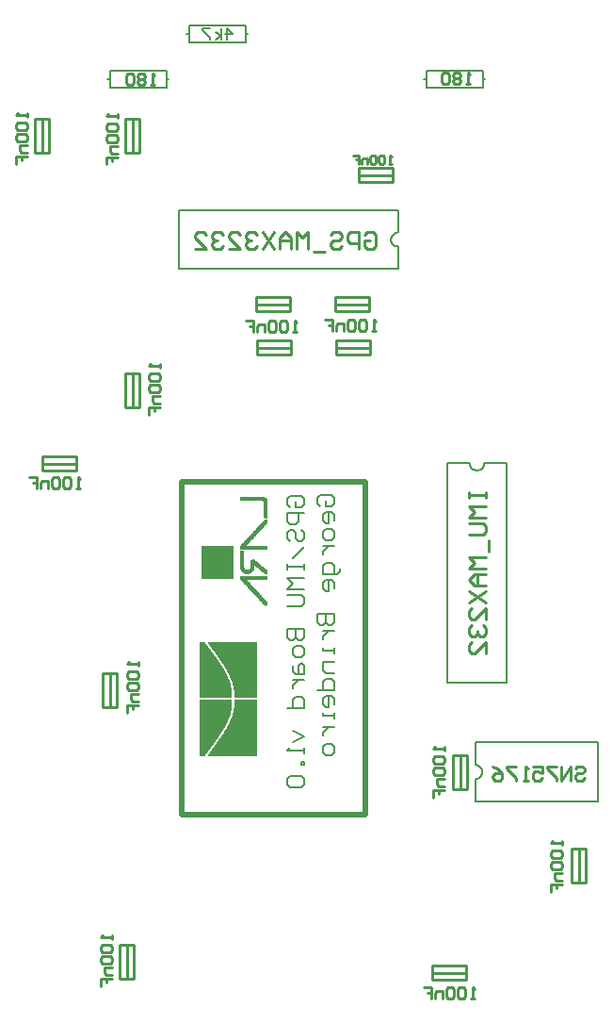
<source format=gbo>
%FSDAX24Y24*%
%MOIN*%
%SFA1B1*%

%IPPOS*%
%ADD11C,0.010000*%
%ADD31C,0.007900*%
%ADD34C,0.019700*%
%ADD35C,0.008000*%
%ADD36C,0.005000*%
%ADD38C,0.001000*%
%LNboardr2-1*%
%LPD*%
G54D11*
X053150Y083000D02*
X053400D01*
X053150D02*
Y084200D01*
X053650*
Y083000D02*
Y084200D01*
X053400Y083000D02*
X053650D01*
X053400Y083300D02*
Y084200D01*
Y083000D02*
Y083900D01*
X050200Y072000D02*
Y072250D01*
X051400*
Y071750D02*
Y072250D01*
X050200Y071750D02*
X051400D01*
X050200D02*
Y072000D01*
X050500D02*
X051400D01*
X050200D02*
X051100D01*
X060877Y077624D02*
X061777D01*
X060577D02*
X061477D01*
X061777D02*
Y077874D01*
X060577D02*
X061777D01*
X060577Y077374D02*
Y077874D01*
Y077374D02*
X061777D01*
Y077624*
X058077D02*
X058977D01*
X057777D02*
X058677D01*
X058977D02*
Y077874D01*
X057777D02*
X058977D01*
X057777Y077374D02*
Y077874D01*
Y077374D02*
X058977D01*
Y077624*
X060900Y076100D02*
X061800D01*
X060600D02*
X061500D01*
X061800D02*
Y076350D01*
X060600D02*
X061800D01*
X060600Y075850D02*
Y076350D01*
Y075850D02*
X061800D01*
Y076100*
X057800D02*
X058700D01*
X058100D02*
X059000D01*
X057800Y075850D02*
Y076100D01*
Y075850D02*
X059000D01*
Y076350*
X057800D02*
X059000D01*
X057800Y076100D02*
Y076350D01*
X064300Y054000D02*
X065200D01*
X064000D02*
X064900D01*
X065200D02*
Y054250D01*
X064000D02*
X065200D01*
X064000Y053750D02*
Y054250D01*
Y053750D02*
X065200D01*
Y054000*
X061700Y082200D02*
X062600D01*
X061400D02*
X062300D01*
X062600D02*
Y082450D01*
X061400D02*
X062600D01*
X061400Y081950D02*
Y082450D01*
Y081950D02*
X062600D01*
Y082200*
X064750Y060500D02*
X065000D01*
X064750D02*
Y061700D01*
X065250*
Y060500D02*
Y061700D01*
X065000Y060500D02*
X065250D01*
X065000Y060800D02*
Y061700D01*
Y060500D02*
Y061400D01*
X050200Y083000D02*
Y083900D01*
Y083300D02*
Y084200D01*
Y083000D02*
X050450D01*
Y084200*
X049950D02*
X050450D01*
X049950Y083000D02*
Y084200D01*
Y083000D02*
X050200D01*
X069200Y057200D02*
Y058100D01*
Y057500D02*
Y058400D01*
Y057200D02*
X069450D01*
Y058400*
X068950D02*
X069450D01*
X068950Y057200D02*
Y058400D01*
Y057200D02*
X069200D01*
X052600Y064600D02*
X052850D01*
Y063400D02*
Y064600D01*
X052350Y063400D02*
X052850D01*
X052350D02*
Y064600D01*
X052600*
Y063400D02*
Y064300D01*
Y063700D02*
Y064600D01*
X053400Y074000D02*
Y074900D01*
Y074300D02*
Y075200D01*
Y074000D02*
X053650D01*
Y075200*
X053150D02*
X053650D01*
X053150Y074000D02*
Y075200D01*
Y074000D02*
X053400D01*
X053200Y054100D02*
Y055000D01*
Y053800D02*
Y054700D01*
X052950Y055000D02*
X053200D01*
X052950Y053800D02*
Y055000D01*
Y053800D02*
X053450D01*
Y055000*
X053200D02*
X053450D01*
X053610Y064990D02*
Y064857D01*
Y064923*
X053210*
X053277Y064990*
Y064657D02*
X053210Y064590D01*
Y064457*
X053277Y064390*
X053543*
X053610Y064457*
Y064590*
X053543Y064657*
X053277*
Y064257D02*
X053210Y064190D01*
Y064057*
X053277Y063990*
X053543*
X053610Y064057*
Y064190*
X053543Y064257*
X053277*
X053610Y063857D02*
X053343D01*
Y063657*
X053410Y063590*
X053610*
X053210Y063191D02*
Y063457D01*
X053410*
Y063324*
Y063457*
X053610*
X054380Y075530D02*
Y075397D01*
Y075463*
X053980*
X054047Y075530*
Y075197D02*
X053980Y075130D01*
Y074997*
X054047Y074930*
X054313*
X054380Y074997*
Y075130*
X054313Y075197*
X054047*
Y074797D02*
X053980Y074730D01*
Y074597*
X054047Y074530*
X054313*
X054380Y074597*
Y074730*
X054313Y074797*
X054047*
X054380Y074397D02*
X054113D01*
Y074197*
X054180Y074130*
X054380*
X053980Y073731D02*
Y073997D01*
X054180*
Y073864*
Y073997*
X054380*
X052890Y084370D02*
Y084237D01*
Y084303*
X052490*
X052557Y084370*
Y084037D02*
X052490Y083970D01*
Y083837*
X052557Y083770*
X052823*
X052890Y083837*
Y083970*
X052823Y084037*
X052557*
Y083637D02*
X052490Y083570D01*
Y083437*
X052557Y083370*
X052823*
X052890Y083437*
Y083570*
X052823Y083637*
X052557*
X052890Y083237D02*
X052623D01*
Y083037*
X052690Y082970*
X052890*
X052490Y082571D02*
Y082837D01*
X052690*
Y082704*
Y082837*
X052890*
X051560Y071110D02*
X051427D01*
X051493*
Y071510*
X051560Y071443*
X051227D02*
X051160Y071510D01*
X051027*
X050960Y071443*
Y071177*
X051027Y071110*
X051160*
X051227Y071177*
Y071443*
X050827D02*
X050760Y071510D01*
X050627*
X050560Y071443*
Y071177*
X050627Y071110*
X050760*
X050827Y071177*
Y071443*
X050427Y071110D02*
Y071377D01*
X050227*
X050160Y071310*
Y071110*
X049761Y071510D02*
X050027D01*
Y071310*
X049894*
X050027*
Y071110*
X049680Y084390D02*
Y084257D01*
Y084323*
X049280*
X049347Y084390*
Y084057D02*
X049280Y083990D01*
Y083857*
X049347Y083790*
X049613*
X049680Y083857*
Y083990*
X049613Y084057*
X049347*
Y083657D02*
X049280Y083590D01*
Y083457*
X049347Y083390*
X049613*
X049680Y083457*
Y083590*
X049613Y083657*
X049347*
X049680Y083257D02*
X049413D01*
Y083057*
X049480Y082990*
X049680*
X049280Y082591D02*
Y082857D01*
X049480*
Y082724*
Y082857*
X049680*
X062020Y076690D02*
X061887D01*
X061953*
Y077090*
X062020Y077023*
X061687D02*
X061620Y077090D01*
X061487*
X061420Y077023*
Y076757*
X061487Y076690*
X061620*
X061687Y076757*
Y077023*
X061287D02*
X061220Y077090D01*
X061087*
X061020Y077023*
Y076757*
X061087Y076690*
X061220*
X061287Y076757*
Y077023*
X060887Y076690D02*
Y076957D01*
X060687*
X060620Y076890*
Y076690*
X060221Y077090D02*
X060487D01*
Y076890*
X060354*
X060487*
Y076690*
X059200Y076670D02*
X059067D01*
X059133*
Y077070*
X059200Y077003*
X058867D02*
X058800Y077070D01*
X058667*
X058600Y077003*
Y076737*
X058667Y076670*
X058800*
X058867Y076737*
Y077003*
X058467D02*
X058400Y077070D01*
X058267*
X058200Y077003*
Y076737*
X058267Y076670*
X058400*
X058467Y076737*
Y077003*
X058067Y076670D02*
Y076937D01*
X057867*
X057800Y076870*
Y076670*
X057401Y077070D02*
X057667D01*
Y076870*
X057534*
X057667*
Y076670*
X062570Y082590D02*
X062470D01*
X062520*
Y082890*
X062570Y082840*
X062320D02*
X062270Y082890D01*
X062170*
X062120Y082840*
Y082640*
X062170Y082590*
X062270*
X062320Y082640*
Y082840*
X062020D02*
X061970Y082890D01*
X061870*
X061820Y082840*
Y082640*
X061870Y082590*
X061970*
X062020Y082640*
Y082840*
X061720Y082590D02*
Y082790D01*
X061570*
X061520Y082740*
Y082590*
X061220Y082890D02*
X061420D01*
Y082740*
X061320*
X061420*
Y082590*
X061600Y080100D02*
X061700Y080200D01*
X061900*
X062000Y080100*
Y079700*
X061900Y079600*
X061700*
X061600Y079700*
Y079900*
X061800*
X061400Y079600D02*
Y080200D01*
X061100*
X061000Y080100*
Y079900*
X061100Y079800*
X061400*
X060401Y080100D02*
X060500Y080200D01*
X060700*
X060800Y080100*
Y080000*
X060700Y079900*
X060500*
X060401Y079800*
Y079700*
X060500Y079600*
X060700*
X060800Y079700*
X060201Y079500D02*
X059801D01*
X059601Y079600D02*
Y080200D01*
X059401Y080000*
X059201Y080200*
Y079600*
X059001D02*
Y080000D01*
X058801Y080200*
X058601Y080000*
Y079600*
Y079900*
X059001*
X058401Y080200D02*
X058001Y079600D01*
Y080200D02*
X058401Y079600D01*
X057801Y080100D02*
X057701Y080200D01*
X057501*
X057401Y080100*
Y080000*
X057501Y079900*
X057601*
X057501*
X057401Y079800*
Y079700*
X057501Y079600*
X057701*
X057801Y079700*
X056802Y079600D02*
X057202D01*
X056802Y080000*
Y080100*
X056902Y080200*
X057102*
X057202Y080100*
X056602D02*
X056502Y080200D01*
X056302*
X056202Y080100*
Y080000*
X056302Y079900*
X056402*
X056302*
X056202Y079800*
Y079700*
X056302Y079600*
X056502*
X056602Y079700*
X055602Y079600D02*
X056002D01*
X055602Y080000*
Y080100*
X055702Y080200*
X055902*
X056002Y080100*
X065300Y071000D02*
Y070800D01*
Y070900*
X065900*
Y071000*
Y070800*
Y070500D02*
X065300D01*
X065500Y070300*
X065300Y070100*
X065900*
X065300Y069900D02*
X065800D01*
X065900Y069800*
Y069600*
X065800Y069500*
X065300*
X066000Y069301D02*
Y068901D01*
X065900Y068701D02*
X065300D01*
X065500Y068501*
X065300Y068301*
X065900*
Y068101D02*
X065500D01*
X065300Y067901*
X065500Y067701*
X065900*
X065600*
Y068101*
X065300Y067501D02*
X065900Y067101D01*
X065300D02*
X065900Y067501D01*
Y066501D02*
Y066901D01*
X065500Y066501*
X065400*
X065300Y066601*
Y066801*
X065400Y066901*
Y066302D02*
X065300Y066202D01*
Y066002*
X065400Y065902*
X065500*
X065600Y066002*
Y066102*
Y066002*
X065700Y065902*
X065800*
X065900Y066002*
Y066202*
X065800Y066302*
X065900Y065302D02*
Y065702D01*
X065500Y065302*
X065400*
X065300Y065402*
Y065602*
X065400Y065702*
X069067Y061217D02*
X069150Y061300D01*
X069317*
X069400Y061217*
Y061133*
X069317Y061050*
X069150*
X069067Y060967*
Y060883*
X069150Y060800*
X069317*
X069400Y060883*
X068900Y060800D02*
Y061300D01*
X068567Y060800*
Y061300*
X068400D02*
X068067D01*
Y061217*
X068400Y060883*
Y060800*
X067567Y061300D02*
X067900D01*
Y061050*
X067734Y061133*
X067651*
X067567Y061050*
Y060883*
X067651Y060800*
X067817*
X067900Y060883*
X067401Y060800D02*
X067234D01*
X067317*
Y061300*
X067401Y061217*
X066984Y061300D02*
X066651D01*
Y061217*
X066984Y060883*
Y060800*
X066151Y061300D02*
X066318Y061217D01*
X066484Y061050*
Y060883*
X066401Y060800*
X066234*
X066151Y060883*
Y060967*
X066234Y061050*
X066484*
X065340Y085410D02*
X065207D01*
X065273*
Y085810*
X065340Y085743*
X065007D02*
X064940Y085810D01*
X064807*
X064740Y085743*
Y085677*
X064807Y085610*
X064740Y085543*
Y085477*
X064807Y085410*
X064940*
X065007Y085477*
Y085543*
X064940Y085610*
X065007Y085677*
Y085743*
X064940Y085610D02*
X064807D01*
X064607Y085743D02*
X064540Y085810D01*
X064407*
X064340Y085743*
Y085477*
X064407Y085410*
X064540*
X064607Y085477*
Y085743*
X054190Y085390D02*
X054057D01*
X054123*
Y085790*
X054190Y085723*
X053857D02*
X053790Y085790D01*
X053657*
X053590Y085723*
Y085657*
X053657Y085590*
X053590Y085523*
Y085457*
X053657Y085390*
X053790*
X053857Y085457*
Y085523*
X053790Y085590*
X053857Y085657*
Y085723*
X053790Y085590D02*
X053657D01*
X053457Y085723D02*
X053390Y085790D01*
X053257*
X053190Y085723*
Y085457*
X053257Y085390*
X053390*
X053457Y085457*
Y085723*
X064430Y061990D02*
Y061857D01*
Y061923*
X064030*
X064097Y061990*
Y061657D02*
X064030Y061590D01*
Y061457*
X064097Y061390*
X064363*
X064430Y061457*
Y061590*
X064363Y061657*
X064097*
Y061257D02*
X064030Y061190D01*
Y061057*
X064097Y060990*
X064363*
X064430Y061057*
Y061190*
X064363Y061257*
X064097*
X064430Y060857D02*
X064163D01*
Y060657*
X064230Y060590*
X064430*
X064030Y060191D02*
Y060457D01*
X064230*
Y060324*
Y060457*
X064430*
X065500Y053100D02*
X065367D01*
X065433*
Y053500*
X065500Y053433*
X065167D02*
X065100Y053500D01*
X064967*
X064900Y053433*
Y053167*
X064967Y053100*
X065100*
X065167Y053167*
Y053433*
X064767D02*
X064700Y053500D01*
X064567*
X064500Y053433*
Y053167*
X064567Y053100*
X064700*
X064767Y053167*
Y053433*
X064367Y053100D02*
Y053367D01*
X064167*
X064100Y053300*
Y053100*
X063701Y053500D02*
X063967D01*
Y053300*
X063834*
X063967*
Y053100*
X052670Y055320D02*
Y055187D01*
Y055253*
X052270*
X052337Y055320*
Y054987D02*
X052270Y054920D01*
Y054787*
X052337Y054720*
X052603*
X052670Y054787*
Y054920*
X052603Y054987*
X052337*
Y054587D02*
X052270Y054520D01*
Y054387*
X052337Y054320*
X052603*
X052670Y054387*
Y054520*
X052603Y054587*
X052337*
X052670Y054187D02*
X052403D01*
Y053987*
X052470Y053920*
X052670*
X052270Y053521D02*
Y053787D01*
X052470*
Y053654*
Y053787*
X052670*
X068610Y058660D02*
Y058527D01*
Y058593*
X068210*
X068277Y058660*
Y058327D02*
X068210Y058260D01*
Y058127*
X068277Y058060*
X068543*
X068610Y058127*
Y058260*
X068543Y058327*
X068277*
Y057927D02*
X068210Y057860D01*
Y057727*
X068277Y057660*
X068543*
X068610Y057727*
Y057860*
X068543Y057927*
X068277*
X068610Y057527D02*
X068343D01*
Y057327*
X068410Y057260*
X068610*
X068210Y056861D02*
Y057127D01*
X068410*
Y056994*
Y057127*
X068610*
G54D31*
X065347Y072009D02*
D01*
X065347Y071991*
X065349Y071974*
X065352Y071957*
X065356Y071940*
X065362Y071923*
X065368Y071907*
X065376Y071891*
X065384Y071876*
X065394Y071862*
X065405Y071848*
X065417Y071835*
X065429Y071823*
X065443Y071811*
X065457Y071801*
X065472Y071792*
X065487Y071784*
X065503Y071777*
X065519Y071771*
X065536Y071766*
X065553Y071762*
X065570Y071760*
X065588Y071759*
X065605*
X065623Y071760*
X065640Y071762*
X065657Y071766*
X065674Y071771*
X065690Y071777*
X065706Y071784*
X065722Y071792*
X065736Y071801*
X065750Y071811*
X065764Y071823*
X065776Y071835*
X065788Y071848*
X065799Y071862*
X065809Y071876*
X065817Y071891*
X065825Y071907*
X065831Y071923*
X065837Y071940*
X065841Y071957*
X065844Y071974*
X065846Y071991*
X065847Y072009*
X062805Y080174D02*
D01*
X062787Y080173*
X062770Y080171*
X062753Y080168*
X062736Y080164*
X062719Y080158*
X062703Y080152*
X062687Y080144*
X062672Y080136*
X062658Y080126*
X062644Y080115*
X062631Y080103*
X062619Y080091*
X062607Y080077*
X062597Y080063*
X062588Y080049*
X062580Y080033*
X062573Y080017*
X062567Y080001*
X062562Y079984*
X062558Y079967*
X062556Y079950*
X062555Y079932*
Y079915*
X062556Y079897*
X062558Y079880*
X062562Y079863*
X062567Y079846*
X062573Y079830*
X062580Y079814*
X062588Y079799*
X062597Y079784*
X062607Y079770*
X062619Y079756*
X062631Y079744*
X062644Y079732*
X062658Y079721*
X062672Y079711*
X062687Y079703*
X062703Y079695*
X062719Y079689*
X062736Y079683*
X062753Y079679*
X062770Y079676*
X062787Y079674*
X062805Y079674*
X065535Y060850D02*
D01*
X065552Y060850*
X065569Y060852*
X065586Y060855*
X065603Y060859*
X065620Y060865*
X065636Y060871*
X065652Y060879*
X065667Y060887*
X065681Y060897*
X065695Y060908*
X065708Y060920*
X065720Y060932*
X065732Y060946*
X065742Y060960*
X065751Y060975*
X065759Y060990*
X065766Y061006*
X065772Y061022*
X065777Y061039*
X065781Y061056*
X065783Y061073*
X065784Y061091*
Y061108*
X065783Y061126*
X065781Y061143*
X065777Y061160*
X065772Y061177*
X065766Y061193*
X065759Y061209*
X065751Y061225*
X065742Y061239*
X065732Y061253*
X065720Y061267*
X065708Y061279*
X065695Y061291*
X065681Y061302*
X065667Y061312*
X065652Y061320*
X065636Y061328*
X065620Y061334*
X065603Y061340*
X065586Y061344*
X065569Y061347*
X065552Y061349*
X065535Y061350*
X065847Y072009D02*
X066640D01*
X064554D02*
X065347D01*
X064554Y064254D02*
X066640D01*
Y072009*
X064554Y064254D02*
Y072009D01*
X062805Y078881D02*
Y079674D01*
Y080174D02*
Y080968D01*
X055049Y078881D02*
Y080968D01*
Y078881D02*
X062805D01*
X055049Y080968D02*
X062805D01*
X065535Y061350D02*
Y062143D01*
Y060057D02*
Y060850D01*
X069865Y060057D02*
Y062143D01*
X065535D02*
X069865D01*
X065535Y060057D02*
X069865D01*
X065800Y085600D02*
X065890D01*
X063710D02*
X063800D01*
X065800D02*
Y085900D01*
X063800D02*
X065800D01*
X063800Y085300D02*
Y085900D01*
Y085300D02*
X065800D01*
Y085600*
X054600D02*
X054690D01*
X052510D02*
X052600D01*
X054600D02*
Y085900D01*
X052600D02*
X054600D01*
X052600Y085300D02*
Y085900D01*
Y085300D02*
X054600D01*
Y085600*
X055310Y087200D02*
X055400D01*
X057400D02*
X057490D01*
X055400Y086900D02*
Y087200D01*
Y086900D02*
X057400D01*
Y087500*
X055400D02*
X057400D01*
X055400Y087200D02*
Y087500D01*
G54D34*
X055150Y071360D02*
X061650D01*
Y059600D02*
Y071360D01*
X055150Y059600D02*
X061650D01*
X055150D02*
Y071360D01*
G54D35*
X056750Y087000D02*
Y087400D01*
X056950Y087200*
X056683*
X056550Y087000D02*
Y087400D01*
Y087133D02*
X056350Y087267D01*
X056550Y087133D02*
X056350Y087000D01*
X056150Y087400D02*
X055884D01*
Y087333*
X056150Y087067*
Y087000*
G54D36*
X058980Y070440D02*
X058880Y070540D01*
Y070740*
X058980Y070840*
X059380*
X059480Y070740*
Y070540*
X059380Y070440*
X059180*
Y070640*
X059480Y070240D02*
X058880D01*
Y069940*
X058980Y069840*
X059180*
X059280Y069940*
Y070240*
X058980Y069241D02*
X058880Y069340D01*
Y069540*
X058980Y069640*
X059080*
X059180Y069540*
Y069340*
X059280Y069241*
X059380*
X059480Y069340*
Y069540*
X059380Y069640*
X059480Y069041D02*
X059080Y068641D01*
X058880Y068441D02*
Y068241D01*
Y068341*
X059480*
Y068441*
Y068241*
Y067941D02*
X058880D01*
X059080Y067741*
X058880Y067541*
X059480*
X058880Y067341D02*
X059380D01*
X059480Y067241*
Y067041*
X059380Y066941*
X058880*
Y066142D02*
X059480D01*
Y065842*
X059380Y065742*
X059280*
X059180Y065842*
Y066142*
Y065842*
X059080Y065742*
X058980*
X058880Y065842*
Y066142*
X059480Y065442D02*
Y065242D01*
X059380Y065142*
X059180*
X059080Y065242*
Y065442*
X059180Y065542*
X059380*
X059480Y065442*
X059080Y064842D02*
Y064642D01*
X059180Y064542*
X059480*
Y064842*
X059380Y064942*
X059280Y064842*
Y064542*
X059080Y064342D02*
X059480D01*
X059280*
X059180Y064242*
X059080Y064142*
Y064042*
X058880Y063342D02*
X059480D01*
Y063642*
X059380Y063742*
X059180*
X059080Y063642*
Y063342*
Y062543D02*
X059480Y062343D01*
X059080Y062143*
X059480Y061943D02*
Y061743D01*
Y061843*
X058880*
X058980Y061943*
X059480Y061443D02*
X059380D01*
Y061343*
X059480*
Y061443*
X058980Y060943D02*
X058880Y060843D01*
Y060643*
X058980Y060543*
X059380*
X059480Y060643*
Y060843*
X059380Y060943*
X058980*
X060040Y070480D02*
X059940Y070580D01*
Y070780*
X060040Y070880*
X060440*
X060540Y070780*
Y070580*
X060440Y070480*
X060240*
Y070680*
X060540Y069980D02*
Y070180D01*
X060440Y070280*
X060240*
X060140Y070180*
Y069980*
X060240Y069880*
X060340*
Y070280*
X060540Y069580D02*
Y069380D01*
X060440Y069281*
X060240*
X060140Y069380*
Y069580*
X060240Y069680*
X060440*
X060540Y069580*
X060140Y069081D02*
X060540D01*
X060340*
X060240Y068981*
X060140Y068881*
Y068781*
X060740Y068281D02*
Y068181D01*
X060640Y068081*
X060140*
Y068381*
X060240Y068481*
X060440*
X060540Y068381*
Y068081*
Y067581D02*
Y067781D01*
X060440Y067881*
X060240*
X060140Y067781*
Y067581*
X060240Y067481*
X060340*
Y067881*
X059940Y066681D02*
X060540D01*
Y066381*
X060440Y066281*
X060340*
X060240Y066381*
Y066681*
Y066381*
X060140Y066281*
X060040*
X059940Y066381*
Y066681*
X060140Y066082D02*
X060540D01*
X060340*
X060240Y065982*
X060140Y065882*
Y065782*
X060540Y065482D02*
Y065282D01*
Y065382*
X060140*
Y065482*
X060540Y064982D02*
X060140D01*
Y064682*
X060240Y064582*
X060540*
X059940Y063982D02*
X060540D01*
Y064282*
X060440Y064382*
X060240*
X060140Y064282*
Y063982*
X060540Y063482D02*
Y063682D01*
X060440Y063782*
X060240*
X060140Y063682*
Y063482*
X060240Y063382*
X060340*
Y063782*
X060540Y063182D02*
Y062983D01*
Y063083*
X060140*
Y063182*
Y062683D02*
X060540D01*
X060340*
X060240Y062583*
X060140Y062483*
Y062383*
X060540Y061983D02*
Y061783D01*
X060440Y061683*
X060240*
X060140Y061783*
Y061983*
X060240Y062083*
X060440*
X060540Y061983*
G54D38*
X057790Y067310D02*
Y067490D01*
X057780Y067320D02*
Y067490D01*
X057770Y067340D02*
Y067510D01*
X057760Y067350D02*
Y067520D01*
X057880Y067220D02*
Y067390D01*
X057870Y067230D02*
Y067410D01*
X057860Y067250D02*
Y067420D01*
X057850Y067260D02*
Y067430D01*
X057840Y067270D02*
Y067440D01*
X057830Y067270D02*
Y067450D01*
X057820Y067280D02*
Y067460D01*
X057810Y067290D02*
Y067470D01*
X058160Y067040D02*
Y067080D01*
X058150Y067020D02*
Y067100D01*
X058140Y067020D02*
Y067110D01*
X058070Y067020D02*
Y067190D01*
X058060Y067030D02*
Y067200D01*
X058050Y067040D02*
Y067210D01*
X058040Y067050D02*
Y067220D01*
X058030Y067060D02*
Y067230D01*
X058020Y067060D02*
Y067240D01*
X058010Y067070D02*
Y067250D01*
X058000Y067080D02*
Y067260D01*
X057990Y067100D02*
Y067270D01*
X057980Y067120D02*
Y067290D01*
X057970Y067130D02*
Y067300D01*
X057960Y067140D02*
Y067310D01*
X057950Y067150D02*
Y067320D01*
X057930Y067170D02*
Y067340D01*
X057920Y067170D02*
Y067350D01*
X057910Y067180D02*
Y067360D01*
X057900Y067190D02*
Y067370D01*
X057890Y067200D02*
Y067380D01*
X057940Y067160D02*
Y067330D01*
X057800Y067300D02*
Y067480D01*
X057740Y067370D02*
Y067550D01*
X057750Y067360D02*
Y067540D01*
X057790Y068360D02*
Y068520D01*
X057780Y068370D02*
Y068520D01*
X058160Y068150D02*
Y068210D01*
X058150Y068140D02*
Y068220D01*
X058140Y068130D02*
Y068240D01*
X058130Y068130D02*
Y068240D01*
X058120Y068130D02*
Y068240D01*
X058110Y068130D02*
Y068250D01*
X058100Y068130D02*
Y068260D01*
X058090Y068130D02*
Y068270D01*
X058080Y068130D02*
Y068280D01*
X058070Y068130D02*
Y068290D01*
X058060Y068140D02*
Y068300D01*
X058050Y068150D02*
Y068310D01*
X058040Y068160D02*
Y068320D01*
X058030Y068170D02*
Y068320D01*
X058020Y068180D02*
Y068330D01*
X058010Y068190D02*
Y068340D01*
X058000Y068190D02*
Y068350D01*
X057990Y068200D02*
Y068350D01*
X057980Y068220D02*
Y068360D01*
X057970Y068230D02*
Y068370D01*
X057960Y068230D02*
Y068380D01*
X057950Y068240D02*
Y068390D01*
X057930Y068250D02*
Y068400D01*
X057920Y068260D02*
Y068410D01*
X057910Y068260D02*
Y068420D01*
X057900Y068270D02*
Y068430D01*
X057890Y068280D02*
Y068440D01*
X057880Y068300D02*
Y068450D01*
X057870Y068300D02*
Y068450D01*
X057860Y068310D02*
Y068460D01*
X057850Y068320D02*
Y068470D01*
X057840Y068330D02*
Y068470D01*
X057830Y068340D02*
Y068480D01*
X057820Y068350D02*
Y068490D01*
X057940Y068240D02*
Y068390D01*
X057810Y068350D02*
Y068500D01*
X057790Y067920D02*
Y068030D01*
X057780Y067920D02*
Y068030D01*
X057770Y067920D02*
Y068030D01*
X057760Y067920D02*
Y068030D01*
X058160Y067950D02*
Y068010D01*
X058150Y067930D02*
Y068020D01*
X058140Y067930D02*
Y068020D01*
X058130Y067920D02*
Y068030D01*
X058120Y067920D02*
Y068030D01*
X058110Y067920D02*
Y068030D01*
X058100Y067920D02*
Y068030D01*
X058090Y067920D02*
Y068030D01*
X058080Y067920D02*
Y068030D01*
X058070Y067920D02*
Y068030D01*
X058060Y067920D02*
Y068030D01*
X058050Y067920D02*
Y068030D01*
X058040Y067920D02*
Y068030D01*
X058030Y067920D02*
Y068030D01*
X058020Y067920D02*
Y068030D01*
X058010Y067920D02*
Y068030D01*
X058000Y067920D02*
Y068030D01*
X057990Y067920D02*
Y068030D01*
X057980Y067920D02*
Y068030D01*
X057970Y067920D02*
Y068030D01*
X057960Y067920D02*
Y068030D01*
X057950Y067920D02*
Y068030D01*
X057930Y067920D02*
Y068030D01*
X057920Y067920D02*
Y068030D01*
X057910Y067920D02*
Y068030D01*
X057900Y067920D02*
Y068030D01*
X057890Y067920D02*
Y068030D01*
X057880Y067920D02*
Y068030D01*
X057870Y067920D02*
Y068030D01*
X057860Y067920D02*
Y068030D01*
X057850Y067920D02*
Y068030D01*
X057840Y067920D02*
Y068030D01*
X057830Y067920D02*
Y068030D01*
X057820Y067920D02*
Y068030D01*
X057810Y067920D02*
Y068030D01*
X057940Y067920D02*
Y068030D01*
X057800Y068350D02*
Y068510D01*
Y067920D02*
Y068030D01*
X057740Y067920D02*
Y068030D01*
X057770Y068380D02*
Y068540D01*
X057760Y068390D02*
Y068550D01*
X057740Y068410D02*
Y068560D01*
X057750Y067920D02*
Y068030D01*
Y068400D02*
Y068560D01*
X057790Y068990D02*
Y069100D01*
X057780Y068990D02*
Y069100D01*
X057770Y068990D02*
Y069100D01*
X057760Y068990D02*
Y069100D01*
X058160Y069020D02*
Y069080D01*
X058150Y069000D02*
Y069090D01*
X058140Y068990D02*
Y069100D01*
X058130Y068990D02*
Y069100D01*
X058120Y068990D02*
Y069100D01*
X058110Y068990D02*
Y069100D01*
X058100Y068990D02*
Y069100D01*
X058090Y068990D02*
Y069100D01*
X058080Y068990D02*
Y069100D01*
X058070Y068990D02*
Y069100D01*
X058060Y068990D02*
Y069100D01*
X058050Y068990D02*
Y069100D01*
X058040Y068990D02*
Y069100D01*
X058030Y068990D02*
Y069100D01*
X058020Y068990D02*
Y069100D01*
X058010Y068990D02*
Y069100D01*
X058000Y068990D02*
Y069100D01*
X057990Y068990D02*
Y069100D01*
X057980Y068990D02*
Y069100D01*
X057970Y068990D02*
Y069100D01*
X057960Y068990D02*
Y069100D01*
X057950Y068990D02*
Y069100D01*
X057930Y068990D02*
Y069100D01*
X057920Y068990D02*
Y069100D01*
X057910Y068990D02*
Y069100D01*
X057900Y068990D02*
Y069100D01*
X057890Y068990D02*
Y069100D01*
X057880Y068990D02*
Y069100D01*
X057870Y068990D02*
Y069100D01*
X057860Y068990D02*
Y069100D01*
X057850Y068990D02*
Y069100D01*
X057840Y068990D02*
Y069100D01*
X057830Y068990D02*
Y069100D01*
X057820Y068990D02*
Y069100D01*
X057810Y068990D02*
Y069100D01*
X057940Y068990D02*
Y069100D01*
X057800Y068990D02*
Y069100D01*
X057740Y068990D02*
Y069100D01*
X057750Y068990D02*
Y069100D01*
X058160Y069950D02*
Y069990D01*
X058150Y069930D02*
Y070000D01*
X058140Y069920D02*
Y070010D01*
X058130Y069910D02*
Y070020D01*
X058120Y069900D02*
Y070020D01*
X058110Y069880D02*
Y070020D01*
X058100Y069870D02*
Y070020D01*
X058090Y069850D02*
Y070020D01*
X058080Y069850D02*
Y070020D01*
X058070Y069840D02*
Y070010D01*
X058060Y069830D02*
Y070000D01*
X058050Y069820D02*
Y069990D01*
X058040Y069810D02*
Y069980D01*
X058030Y069800D02*
Y069970D01*
X058020Y069790D02*
Y069960D01*
X058010Y069780D02*
Y069950D01*
X058000Y069760D02*
Y069940D01*
X057990Y069750D02*
Y069930D01*
X057980Y069740D02*
Y069910D01*
X057970Y069730D02*
Y069900D01*
X057960Y069720D02*
Y069890D01*
X057950Y069710D02*
Y069880D01*
X057930Y069690D02*
Y069860D01*
X057920Y069680D02*
Y069850D01*
X057910Y069670D02*
Y069850D01*
X057900Y069660D02*
Y069840D01*
X057890Y069640D02*
Y069820D01*
X057880Y069630D02*
Y069800D01*
X057870Y069620D02*
Y069790D01*
X057940Y069700D02*
Y069870D01*
X057790Y069540D02*
Y069720D01*
X057780Y069530D02*
Y069710D01*
X057770Y069510D02*
Y069680D01*
X057760Y069500D02*
Y069670D01*
X057860Y069610D02*
Y069780D01*
X057850Y069600D02*
Y069770D01*
X057840Y069590D02*
Y069760D01*
X057830Y069580D02*
Y069750D01*
X057820Y069570D02*
Y069740D01*
X057810Y069560D02*
Y069740D01*
X057800Y069550D02*
Y069730D01*
X057740Y069480D02*
Y069650D01*
X057750Y069490D02*
Y069660D01*
X057790Y070710D02*
Y070820D01*
X057780Y070710D02*
Y070820D01*
X057770Y070710D02*
Y070820D01*
X057760Y070710D02*
Y070820D01*
X058040Y070680D02*
Y070810D01*
X058030Y070690D02*
Y070810D01*
X058020Y070700D02*
Y070810D01*
X058010Y070700D02*
Y070810D01*
X058000Y070710D02*
Y070810D01*
X057990Y070710D02*
Y070810D01*
X057980Y070710D02*
Y070820D01*
X057970Y070710D02*
Y070820D01*
X057960Y070710D02*
Y070820D01*
X057950Y070710D02*
Y070820D01*
X057930Y070710D02*
Y070820D01*
X057920Y070710D02*
Y070820D01*
X057910Y070710D02*
Y070820D01*
X057900Y070710D02*
Y070820D01*
X057890Y070710D02*
Y070820D01*
X057880Y070710D02*
Y070820D01*
X057870Y070710D02*
Y070820D01*
X057860Y070710D02*
Y070820D01*
X057850Y070710D02*
Y070820D01*
X057840Y070710D02*
Y070820D01*
X057830Y070710D02*
Y070820D01*
X057820Y070710D02*
Y070820D01*
X057810Y070710D02*
Y070820D01*
X057940Y070710D02*
Y070820D01*
X057800Y070710D02*
Y070820D01*
X057740Y070710D02*
Y070820D01*
X057750Y070710D02*
Y070820D01*
X057720Y067390D02*
Y067570D01*
X057710Y067400D02*
Y067580D01*
X057700Y067410D02*
Y067590D01*
X057690Y067420D02*
Y067600D01*
X057680Y067430D02*
Y067600D01*
X057670Y067450D02*
Y067620D01*
X057660Y067460D02*
Y067630D01*
X057650Y067470D02*
Y067640D01*
X057640Y067480D02*
Y067660D01*
X057630Y067490D02*
Y067670D01*
X057620Y067490D02*
Y067680D01*
X057610Y067500D02*
Y067690D01*
X057600Y067510D02*
Y067700D01*
X057590Y067530D02*
Y067700D01*
X057580Y067540D02*
Y067710D01*
X057570Y067550D02*
Y067720D01*
X057560Y067570D02*
Y067740D01*
X057550Y067580D02*
Y067750D01*
X057540Y067590D02*
Y067760D01*
X057530Y067600D02*
Y067780D01*
X057520Y067600D02*
Y067790D01*
X057510Y067610D02*
Y067800D01*
X057570Y068160D02*
Y068340D01*
X057560Y068150D02*
Y068300D01*
X057550Y068150D02*
Y068290D01*
X057540Y068140D02*
Y068280D01*
X057530Y068140D02*
Y068270D01*
X057520Y068140D02*
Y068260D01*
X057510Y068130D02*
Y068260D01*
X057500Y068130D02*
Y068250D01*
X057490Y068130D02*
Y068250D01*
X057480Y068130D02*
Y068250D01*
X057470Y068130D02*
Y068240D01*
X057460Y068130D02*
Y068240D01*
X057450Y068130D02*
Y068240D01*
X057440Y068130D02*
Y068240D01*
X057430Y068130D02*
Y068240D01*
X057420Y068130D02*
Y068240D01*
X057410Y068130D02*
Y068250D01*
X057400Y068130D02*
Y068250D01*
X057390Y068130D02*
Y068250D01*
X057380Y068130D02*
Y068260D01*
X057370Y068130D02*
Y068260D01*
X057360Y068140D02*
Y068270D01*
X057350Y068150D02*
Y068290D01*
X057340Y068150D02*
Y068300D01*
X057330Y068160D02*
Y068320D01*
X057320Y068160D02*
Y068340D01*
X057200Y067950D02*
Y068000D01*
X057720Y067920D02*
Y068030D01*
X057710Y067920D02*
Y068030D01*
X057700Y067920D02*
Y068030D01*
X057690Y067920D02*
Y068030D01*
X057680Y067920D02*
Y068030D01*
X057670Y067920D02*
Y068030D01*
X057660Y067920D02*
Y068030D01*
X057650Y067920D02*
Y068030D01*
X057640Y067920D02*
Y068030D01*
X057630Y067920D02*
Y068030D01*
X057620Y067920D02*
Y068030D01*
X057610Y067920D02*
Y068030D01*
X057600Y067920D02*
Y068030D01*
X057590Y067920D02*
Y068030D01*
X057580Y067920D02*
Y068030D01*
X057570Y067920D02*
Y068030D01*
X057560Y067920D02*
Y068030D01*
X057550Y067920D02*
Y068030D01*
X057540Y067920D02*
Y068030D01*
X057530Y067920D02*
Y068030D01*
X057520Y067920D02*
Y068030D01*
X057510Y067920D02*
Y068030D01*
X057500Y067920D02*
Y068030D01*
X057490Y067920D02*
Y068030D01*
X057480Y067920D02*
Y068030D01*
X057470Y067920D02*
Y068030D01*
X057460Y067920D02*
Y068030D01*
X057450Y067920D02*
Y068030D01*
X057440Y067920D02*
Y068030D01*
X057430Y067920D02*
Y068030D01*
X057420Y067920D02*
Y068030D01*
X057410Y067920D02*
Y068030D01*
X057320Y067820D02*
Y068030D01*
X057310Y067830D02*
Y068030D01*
X057300Y067840D02*
Y068030D01*
X057290Y067850D02*
Y068030D01*
X057280Y067860D02*
Y068030D01*
X057270Y067870D02*
Y068030D01*
X057260Y067880D02*
Y068030D01*
X057250Y067900D02*
Y068030D01*
X057240Y067910D02*
Y068030D01*
X057230Y067920D02*
Y068030D01*
X057220Y067920D02*
Y068020D01*
X057210Y067930D02*
Y068020D01*
X057720Y068420D02*
Y068570D01*
X057710Y068430D02*
Y068580D01*
X057700Y068440D02*
Y068590D01*
X057690Y068360D02*
Y068590D01*
X057680Y068310D02*
Y068600D01*
X057620Y068200D02*
Y068600D01*
X057610Y068190D02*
Y068600D01*
X057600Y068190D02*
Y068590D01*
X057590Y068180D02*
Y068580D01*
X057580Y068170D02*
Y068560D01*
X057720Y068990D02*
Y069100D01*
X057710Y068990D02*
Y069100D01*
X057700Y068990D02*
Y069100D01*
X057690Y068990D02*
Y069100D01*
X057680Y068990D02*
Y069100D01*
X057670Y068990D02*
Y069100D01*
X057660Y068990D02*
Y069100D01*
X057650Y068990D02*
Y069100D01*
X057640Y068990D02*
Y069100D01*
X057630Y068990D02*
Y069100D01*
X057620Y068990D02*
Y069100D01*
X057610Y068990D02*
Y069100D01*
X057600Y068990D02*
Y069100D01*
X057590Y068990D02*
Y069100D01*
X057580Y068990D02*
Y069100D01*
X057570Y068990D02*
Y069100D01*
X057560Y068990D02*
Y069100D01*
X057550Y068990D02*
Y069100D01*
X057540Y068990D02*
Y069100D01*
X057530Y068990D02*
Y069100D01*
X057520Y068990D02*
Y069100D01*
X057510Y068990D02*
Y069100D01*
X057500Y068990D02*
Y069100D01*
X057490Y068990D02*
Y069100D01*
X057480Y068990D02*
Y069100D01*
X057470Y068990D02*
Y069100D01*
X057460Y068990D02*
Y069100D01*
X057450Y068990D02*
Y069100D01*
X057440Y068990D02*
Y069100D01*
X057430Y068990D02*
Y069100D01*
X057420Y068990D02*
Y069100D01*
X057410Y068990D02*
Y069100D01*
X057400Y068990D02*
Y069100D01*
X057390Y068990D02*
Y069290D01*
X057380Y068990D02*
Y069280D01*
X057370Y068990D02*
Y069270D01*
X057360Y068990D02*
Y069250D01*
X057350Y068990D02*
Y069230D01*
X057340Y068990D02*
Y069220D01*
X057330Y068990D02*
Y069210D01*
X057320Y068990D02*
Y069200D01*
X057310Y068990D02*
Y069200D01*
X057300Y068990D02*
Y069190D01*
X057290Y068990D02*
Y069180D01*
X057280Y068990D02*
Y069170D01*
X057270Y068990D02*
Y069160D01*
X057260Y068990D02*
Y069150D01*
X057250Y068990D02*
Y069130D01*
X057240Y068990D02*
Y069110D01*
X057230Y068990D02*
Y069100D01*
X057220Y069000D02*
Y069100D01*
X057210Y069010D02*
Y069090D01*
X057200Y069020D02*
Y069080D01*
X057430Y069140D02*
Y069320D01*
X057420Y069130D02*
Y069310D01*
X057410Y069120D02*
Y069310D01*
X057400Y069110D02*
Y069300D01*
X057490Y069210D02*
Y069390D01*
X057480Y069200D02*
Y069380D01*
X057470Y069200D02*
Y069370D01*
X057460Y069180D02*
Y069350D01*
X057450Y069170D02*
Y069340D01*
X057440Y069150D02*
Y069330D01*
X057680Y069420D02*
Y069600D01*
X057720Y069460D02*
Y069630D01*
X057710Y069450D02*
Y069630D01*
X057700Y069440D02*
Y069620D01*
X057690Y069430D02*
Y069610D01*
X057720Y070710D02*
Y070820D01*
X057710Y070710D02*
Y070820D01*
X057700Y070710D02*
Y070820D01*
X057690Y070710D02*
Y070820D01*
X057680Y070710D02*
Y070820D01*
X057670Y070710D02*
Y070820D01*
X057660Y070710D02*
Y070820D01*
X057650Y070710D02*
Y070820D01*
X057640Y070710D02*
Y070820D01*
X057630Y070710D02*
Y070820D01*
X057620Y070710D02*
Y070820D01*
X057610Y070710D02*
Y070820D01*
X057600Y070710D02*
Y070820D01*
X057590Y070710D02*
Y070820D01*
X057580Y070710D02*
Y070820D01*
X057570Y070710D02*
Y070820D01*
X057560Y070710D02*
Y070820D01*
X057550Y070710D02*
Y070820D01*
X057540Y070710D02*
Y070820D01*
X057530Y070710D02*
Y070820D01*
X057520Y070710D02*
Y070820D01*
X057510Y070710D02*
Y070820D01*
X057500Y070710D02*
Y070820D01*
X057490Y070710D02*
Y070820D01*
X057480Y070710D02*
Y070820D01*
X057470Y070710D02*
Y070820D01*
X057460Y070710D02*
Y070820D01*
X057450Y070710D02*
Y070820D01*
X057440Y070710D02*
Y070820D01*
X057430Y070710D02*
Y070820D01*
X057420Y070710D02*
Y070820D01*
X057410Y070710D02*
Y070820D01*
X057400Y070710D02*
Y070820D01*
X057390Y070710D02*
Y070820D01*
X057380Y070710D02*
Y070820D01*
X057370Y070710D02*
Y070820D01*
X057360Y070710D02*
Y070820D01*
X057350Y070710D02*
Y070820D01*
X057340Y070710D02*
Y070820D01*
X057330Y070710D02*
Y070820D01*
X057320Y070710D02*
Y070820D01*
X057310Y070710D02*
Y070820D01*
X057300Y070710D02*
Y070820D01*
X057290Y070710D02*
Y070820D01*
X057280Y070710D02*
Y070820D01*
X057270Y070710D02*
Y070820D01*
X057260Y070710D02*
Y070820D01*
X057250Y070710D02*
Y070820D01*
X057240Y070710D02*
Y070810D01*
X057230Y070710D02*
Y070810D01*
X057220Y070720D02*
Y070810D01*
X057210Y070730D02*
Y070800D01*
X057200Y070760D02*
Y070770D01*
X058130Y067010D02*
Y067120D01*
X058120Y067010D02*
Y067130D01*
X058110Y067000D02*
Y067140D01*
X058100Y067000D02*
Y067150D01*
X058090Y067010D02*
Y067170D01*
X058080Y067010D02*
Y067180D01*
X058050Y070140D02*
Y070810D01*
X058160Y070110D02*
Y070690D01*
X058060Y070110D02*
Y070810D01*
X058150Y070100D02*
Y070710D01*
X058140Y070090D02*
Y070730D01*
X058130Y070080D02*
Y070750D01*
X058120Y070080D02*
Y070760D01*
X058110Y070080D02*
Y070770D01*
X058100Y070080D02*
Y070780D01*
X058090Y070080D02*
Y070790D01*
X058080Y070090D02*
Y070800D01*
X058070Y070100D02*
Y070800D01*
X057390Y067740D02*
Y068030D01*
X057380Y067750D02*
Y068030D01*
X057370Y067760D02*
Y068030D01*
X057360Y067770D02*
Y068030D01*
X057350Y067790D02*
Y068030D01*
X057340Y067800D02*
Y068030D01*
X057330Y067810D02*
Y068030D01*
X057670Y069400D02*
Y069580D01*
X057660Y069390D02*
Y069570D01*
X057650Y069380D02*
Y069560D01*
X057640Y069370D02*
Y069550D01*
X057630Y069360D02*
Y069530D01*
X057620Y069350D02*
Y069530D01*
X057610Y069340D02*
Y069520D01*
X057600Y069330D02*
Y069510D01*
X057590Y069320D02*
Y069500D01*
X057580Y069310D02*
Y069490D01*
X057570Y069310D02*
Y069480D01*
X057560Y069280D02*
Y069460D01*
X057550Y069270D02*
Y069450D01*
X057540Y069260D02*
Y069440D01*
X057530Y069250D02*
Y069430D01*
X057520Y069240D02*
Y069420D01*
X057510Y069230D02*
Y069420D01*
X057500Y069220D02*
Y069410D01*
X057670Y068260D02*
Y068610D01*
X057660Y068250D02*
Y068610D01*
X057650Y068240D02*
Y068610D01*
X057640Y068230D02*
Y068610D01*
X057630Y068210D02*
Y068610D01*
X057420Y067710D02*
Y067890D01*
X057410Y067720D02*
Y067910D01*
X057500Y067620D02*
Y067810D01*
X057490Y067630D02*
Y067810D01*
X057480Y067640D02*
Y067820D01*
X057470Y067650D02*
Y067830D01*
X057460Y067680D02*
Y067850D01*
X057450Y067690D02*
Y067860D01*
X057440Y067700D02*
Y067870D01*
X057430Y067700D02*
Y067880D01*
X057400Y067730D02*
Y068030D01*
X057310Y068170D02*
Y068890D01*
X057300Y068180D02*
Y068910D01*
X057290Y068180D02*
Y068920D01*
X057280Y068190D02*
Y068920D01*
X057270Y068200D02*
Y068930D01*
X057260Y068210D02*
Y068930D01*
X057250Y068240D02*
Y068930D01*
X057240Y068240D02*
Y068930D01*
X057230Y068260D02*
Y068920D01*
X057220Y068280D02*
Y068910D01*
X057210Y068310D02*
Y068900D01*
X057200Y068350D02*
Y068880D01*
X056940Y067960D02*
Y069080D01*
X056950Y067960D02*
Y069080D01*
X056190Y067960D02*
Y069080D01*
X056180Y067960D02*
Y069080D01*
X056170Y067960D02*
Y069080D01*
X056160Y067960D02*
Y069080D01*
X056920Y067960D02*
Y069080D01*
X056910Y067960D02*
Y069080D01*
X056900Y067960D02*
Y069080D01*
X056890Y067960D02*
Y069080D01*
X056880Y067960D02*
Y069080D01*
X056870Y067960D02*
Y069080D01*
X056860Y067960D02*
Y069080D01*
X056850Y067960D02*
Y069080D01*
X056840Y067960D02*
Y069080D01*
X056830Y067960D02*
Y069080D01*
X056820Y067960D02*
Y069080D01*
X056810Y067960D02*
Y069080D01*
X056800Y067960D02*
Y069080D01*
X056790Y067960D02*
Y069080D01*
X056780Y067960D02*
Y069080D01*
X056770Y067960D02*
Y069080D01*
X056760Y067960D02*
Y069080D01*
X056750Y067960D02*
Y069080D01*
X056740Y067960D02*
Y069080D01*
X056730Y067960D02*
Y069080D01*
X056720Y067960D02*
Y069080D01*
X056710Y067960D02*
Y069080D01*
X056700Y067960D02*
Y069080D01*
X056690Y067960D02*
Y069080D01*
X056680Y067960D02*
Y069080D01*
X056670Y067960D02*
Y069080D01*
X056660Y067960D02*
Y069080D01*
X056650Y067960D02*
Y069080D01*
X056640Y067960D02*
Y069080D01*
X056630Y067960D02*
Y069080D01*
X056620Y067960D02*
Y069080D01*
X056610Y067960D02*
Y069080D01*
X056600Y067960D02*
Y069080D01*
X056590Y067960D02*
Y069080D01*
X056580Y067960D02*
Y069080D01*
X056570Y067960D02*
Y069080D01*
X056560Y067960D02*
Y069080D01*
X056550Y067960D02*
Y069080D01*
X056540Y067960D02*
Y069080D01*
X056530Y067960D02*
Y069080D01*
X056520Y067960D02*
Y069080D01*
X056510Y067960D02*
Y069080D01*
X056500Y067960D02*
Y069080D01*
X056490Y067960D02*
Y069080D01*
X056480Y067960D02*
Y069080D01*
X056470Y067960D02*
Y069080D01*
X056460Y067960D02*
Y069080D01*
X056450Y067960D02*
Y069080D01*
X056440Y067960D02*
Y069080D01*
X056430Y067960D02*
Y069080D01*
X056420Y067960D02*
Y069080D01*
X056410Y067960D02*
Y069080D01*
X056400Y067960D02*
Y069080D01*
X056390Y067960D02*
Y069080D01*
X056380Y067960D02*
Y069080D01*
X056370Y067960D02*
Y069080D01*
X056360Y067960D02*
Y069080D01*
X056350Y067960D02*
Y069080D01*
X056330Y067960D02*
Y069080D01*
X056320Y067960D02*
Y069080D01*
X056310Y067960D02*
Y069080D01*
X056300Y067960D02*
Y069080D01*
X056290Y067960D02*
Y069080D01*
X056280Y067960D02*
Y069080D01*
X056270Y067960D02*
Y069080D01*
X056260Y067960D02*
Y069080D01*
X056250Y067960D02*
Y069080D01*
X056240Y067960D02*
Y069080D01*
X056230Y067960D02*
Y069080D01*
X056220Y067960D02*
Y069080D01*
X056210Y067960D02*
Y069080D01*
X056340Y067960D02*
Y069080D01*
X056200Y067960D02*
Y069080D01*
X056140Y067960D02*
Y069080D01*
X056150Y067960D02*
Y069080D01*
X056120Y067960D02*
Y069080D01*
X056110Y067960D02*
Y069080D01*
X056100Y067960D02*
Y069080D01*
X056090Y067960D02*
Y069080D01*
X056080Y067960D02*
Y069080D01*
X056070Y067960D02*
Y069080D01*
X056060Y067960D02*
Y069080D01*
X056050Y067960D02*
Y069080D01*
X056040Y067960D02*
Y069080D01*
X056030Y067960D02*
Y069080D01*
X056020Y067960D02*
Y069080D01*
X056010Y067960D02*
Y069080D01*
X056000Y067960D02*
Y069080D01*
X055990Y067960D02*
Y069080D01*
X055980Y067960D02*
Y069080D01*
X055970Y067960D02*
Y069080D01*
X055960Y067960D02*
Y069080D01*
X055950Y067960D02*
Y069080D01*
X055940Y067960D02*
Y069080D01*
X055930Y067960D02*
Y069080D01*
X055920Y067960D02*
Y069080D01*
X055910Y067960D02*
Y069080D01*
X055900Y067960D02*
Y069080D01*
X055890Y067960D02*
Y069080D01*
X055880Y067960D02*
Y069080D01*
X055870Y067960D02*
Y069080D01*
X055860Y067960D02*
Y069080D01*
X055850Y067960D02*
Y069080D01*
X057730Y067380D02*
Y067560D01*
Y067920D02*
Y068030D01*
Y068420D02*
Y068560D01*
Y068990D02*
Y069100D01*
Y069470D02*
Y069640D01*
Y070710D02*
Y070820D01*
X056930Y067960D02*
Y069080D01*
X056130Y067960D02*
Y069080D01*
X055790Y061690D02*
Y063640D01*
Y063740D02*
Y065690D01*
X055800Y061690D02*
Y063640D01*
Y063740D02*
Y065690D01*
X055810Y061690D02*
Y063640D01*
Y063740D02*
Y065690D01*
X055820Y061690D02*
Y063640D01*
Y063740D02*
Y065690D01*
X055830Y061690D02*
Y063640D01*
Y063740D02*
Y065690D01*
X055840Y061690D02*
Y063640D01*
Y063740D02*
Y065690D01*
X055850Y061690D02*
Y063640D01*
Y063740D02*
Y065690D01*
X055860Y061690D02*
Y063640D01*
Y063740D02*
Y065690D01*
X055870Y061690D02*
Y063640D01*
Y063740D02*
Y065690D01*
X055880Y061690D02*
Y063640D01*
Y063740D02*
Y065690D01*
X055890Y061690D02*
Y063640D01*
Y063740D02*
Y065690D01*
X055900Y061690D02*
Y063640D01*
Y063740D02*
Y065690D01*
X055910Y061690D02*
Y063640D01*
Y063740D02*
Y065690D01*
X055920Y061690D02*
Y063640D01*
Y063740D02*
Y065690D01*
X055930Y061690D02*
Y063640D01*
Y063740D02*
Y065690D01*
X055940Y061700D02*
Y063640D01*
Y063740D02*
Y065670D01*
X055950Y061720D02*
Y063640D01*
Y063740D02*
Y065660D01*
X055960Y061730D02*
Y063640D01*
Y063740D02*
Y065640D01*
X055970Y061740D02*
Y063640D01*
Y063740D02*
Y065630D01*
X055980Y061760D02*
Y063640D01*
Y063740D02*
Y065620D01*
X055990Y061770D02*
Y063640D01*
Y063740D02*
Y065610D01*
X056000Y061790D02*
Y063640D01*
Y063740D02*
Y065590D01*
X056010Y061800D02*
Y063640D01*
Y063740D02*
Y065580D01*
X056020Y061810D02*
Y063640D01*
Y063740D02*
Y065570D01*
X056030Y061830D02*
Y063640D01*
Y063740D02*
Y065550D01*
X056040Y061840D02*
Y063640D01*
Y063740D02*
Y065530D01*
X056050Y061850D02*
Y063640D01*
Y063740D02*
Y065530D01*
X056060Y061860D02*
Y063640D01*
Y063740D02*
Y065510D01*
X056070Y061690D02*
Y061700D01*
Y061880D02*
Y063640D01*
Y063740D02*
Y065490D01*
Y065680D02*
Y065690D01*
X056080Y061690D02*
Y061710D01*
Y061900D02*
Y063640D01*
Y063740D02*
Y065480D01*
Y065670D02*
Y065690D01*
X056090Y061690D02*
Y061730D01*
Y061920D02*
Y063640D01*
Y063740D02*
Y065460D01*
Y065650D02*
Y065690D01*
X056100Y061690D02*
Y061730D01*
Y061920D02*
Y063640D01*
Y063740D02*
Y065460D01*
Y065640D02*
Y065690D01*
X056110Y061690D02*
Y061750D01*
Y061940D02*
Y063640D01*
Y063740D02*
Y065440D01*
Y065630D02*
Y065690D01*
X056120Y061690D02*
Y061770D01*
Y061960D02*
Y063640D01*
Y063740D02*
Y065420D01*
Y065610D02*
Y065690D01*
X056130Y061690D02*
Y061780D01*
Y061970D02*
Y063640D01*
Y063740D02*
Y065410D01*
Y065590D02*
Y065690D01*
X056140Y061690D02*
Y061790D01*
Y061980D02*
Y063640D01*
Y063740D02*
Y065400D01*
Y065590D02*
Y065690D01*
X056150Y061690D02*
Y061810D01*
Y061990D02*
Y063640D01*
Y063740D02*
Y065390D01*
Y065570D02*
Y065690D01*
X056160Y061690D02*
Y061820D01*
Y062010D02*
Y063640D01*
Y063740D02*
Y065370D01*
Y065550D02*
Y065690D01*
X056170Y061690D02*
Y061840D01*
Y062020D02*
Y063640D01*
Y063740D02*
Y065360D01*
Y065540D02*
Y065690D01*
X056180Y061690D02*
Y061850D01*
Y062040D02*
Y063640D01*
Y063740D02*
Y065340D01*
Y065530D02*
Y065690D01*
X056190Y061690D02*
Y061860D01*
Y062050D02*
Y063640D01*
Y063740D02*
Y065330D01*
Y065510D02*
Y065690D01*
X056200Y061690D02*
Y061880D01*
Y062060D02*
Y063640D01*
Y063740D02*
Y065320D01*
Y065500D02*
Y065690D01*
X056210Y061690D02*
Y061890D01*
Y062080D02*
Y063640D01*
Y063740D02*
Y065300D01*
Y065490D02*
Y065690D01*
X056220Y061690D02*
Y061910D01*
Y062090D02*
Y063640D01*
Y063740D02*
Y065280D01*
Y065470D02*
Y065690D01*
X056230Y061690D02*
Y061920D01*
Y062100D02*
Y063640D01*
Y063740D02*
Y065280D01*
Y065460D02*
Y065690D01*
X056240Y061690D02*
Y061930D01*
Y062120D02*
Y063640D01*
Y063740D02*
Y065260D01*
Y065450D02*
Y065690D01*
X056250Y061690D02*
Y061940D01*
Y062130D02*
Y063640D01*
Y063740D02*
Y065240D01*
Y065430D02*
Y065690D01*
X056260Y061690D02*
Y061960D01*
Y062150D02*
Y063640D01*
Y063740D02*
Y065230D01*
Y065410D02*
Y065690D01*
X056270Y061690D02*
Y061970D01*
Y062160D02*
Y063640D01*
Y063740D02*
Y065220D01*
Y065410D02*
Y065690D01*
X056280Y061690D02*
Y061980D01*
Y062170D02*
Y063640D01*
Y063740D02*
Y065200D01*
Y065390D02*
Y065690D01*
X056290Y061690D02*
Y062000D01*
Y062190D02*
Y063640D01*
Y063740D02*
Y065190D01*
Y065380D02*
Y065690D01*
X056300Y061690D02*
Y062020D01*
Y062200D02*
Y063640D01*
Y063740D02*
Y065180D01*
Y065360D02*
Y065690D01*
X056310Y061690D02*
Y062030D01*
Y062220D02*
Y063640D01*
Y063740D02*
Y065160D01*
Y065350D02*
Y065690D01*
X056320Y061690D02*
Y062040D01*
Y062230D02*
Y063640D01*
Y063740D02*
Y065150D01*
Y065340D02*
Y065690D01*
X056330Y061690D02*
Y062060D01*
Y062240D02*
Y063640D01*
Y063740D02*
Y065140D01*
Y065320D02*
Y065690D01*
X056340Y061690D02*
Y062070D01*
Y062260D02*
Y063640D01*
Y063740D02*
Y065120D01*
Y065310D02*
Y065690D01*
X056350Y061690D02*
Y062080D01*
Y062270D02*
Y063640D01*
Y063740D02*
Y065100D01*
Y065290D02*
Y065690D01*
X056360Y061690D02*
Y062100D01*
Y062280D02*
Y063640D01*
Y063740D02*
Y065100D01*
Y065280D02*
Y065690D01*
X056370Y061690D02*
Y062110D01*
Y062290D02*
Y063640D01*
Y063740D02*
Y065080D01*
Y065270D02*
Y065690D01*
X056380Y061690D02*
Y062120D01*
Y062310D02*
Y063640D01*
Y063740D02*
Y065060D01*
Y065250D02*
Y065690D01*
X056390Y061690D02*
Y062140D01*
Y062330D02*
Y063640D01*
Y063740D02*
Y065050D01*
Y065240D02*
Y065690D01*
X056400Y061690D02*
Y062150D01*
Y062330D02*
Y063640D01*
Y063740D02*
Y065040D01*
Y065230D02*
Y065690D01*
X056410Y061690D02*
Y062160D01*
Y062350D02*
Y063640D01*
Y063740D02*
Y065020D01*
Y065210D02*
Y065690D01*
X056420Y061690D02*
Y062180D01*
Y062370D02*
Y063640D01*
Y063740D02*
Y065010D01*
Y065200D02*
Y065690D01*
X056430Y061690D02*
Y062200D01*
Y062380D02*
Y063640D01*
Y063740D02*
Y065000D01*
Y065180D02*
Y065690D01*
X056440Y061690D02*
Y062210D01*
Y062400D02*
Y063640D01*
Y063740D02*
Y064980D01*
Y065170D02*
Y065690D01*
X056450Y061690D02*
Y062220D01*
Y062410D02*
Y063640D01*
Y063740D02*
Y064970D01*
Y065160D02*
Y065690D01*
X056460Y061690D02*
Y062240D01*
Y062420D02*
Y063640D01*
Y063740D02*
Y064960D01*
Y065140D02*
Y065690D01*
X056470Y061690D02*
Y062250D01*
Y062440D02*
Y063640D01*
Y063740D02*
Y064940D01*
Y065130D02*
Y065690D01*
X056480Y061690D02*
Y062270D01*
Y062460D02*
Y063640D01*
Y063740D02*
Y064920D01*
Y065110D02*
Y065690D01*
X056490Y061690D02*
Y062280D01*
Y062460D02*
Y063640D01*
Y063740D02*
Y064910D01*
Y065100D02*
Y065690D01*
X056500Y061690D02*
Y062290D01*
Y062480D02*
Y063640D01*
Y063740D02*
Y064890D01*
Y065090D02*
Y065690D01*
X056510Y061690D02*
Y062300D01*
Y062500D02*
Y063640D01*
Y063740D02*
Y064880D01*
Y065070D02*
Y065690D01*
X056520Y061690D02*
Y062320D01*
Y062510D02*
Y063640D01*
Y063740D02*
Y064860D01*
Y065060D02*
Y065690D01*
X056530Y061690D02*
Y062340D01*
Y062540D02*
Y063640D01*
Y063740D02*
Y064840D01*
Y065040D02*
Y065690D01*
X056540Y061690D02*
Y062340D01*
Y062540D02*
Y063640D01*
Y063740D02*
Y064840D01*
Y065030D02*
Y065690D01*
X056550Y061690D02*
Y062360D01*
Y062560D02*
Y063640D01*
Y063740D02*
Y064820D01*
Y065020D02*
Y065690D01*
X056560Y061690D02*
Y062380D01*
Y062580D02*
Y063640D01*
Y063740D02*
Y064800D01*
Y065000D02*
Y065690D01*
X056570Y061690D02*
Y062400D01*
Y062600D02*
Y063640D01*
Y063740D02*
Y064780D01*
Y064980D02*
Y065690D01*
X056580Y061690D02*
Y062400D01*
Y062600D02*
Y063640D01*
Y063740D02*
Y064770D01*
Y064970D02*
Y065690D01*
X056590Y061690D02*
Y062420D01*
Y062630D02*
Y063640D01*
Y063740D02*
Y064750D01*
Y064960D02*
Y065690D01*
X056600Y061690D02*
Y062430D01*
Y062640D02*
Y063640D01*
Y063740D02*
Y064740D01*
Y064940D02*
Y065690D01*
X056610Y061690D02*
Y062460D01*
Y062670D02*
Y063640D01*
Y063740D02*
Y064710D01*
Y064920D02*
Y065690D01*
X056620Y061690D02*
Y062460D01*
Y062670D02*
Y063640D01*
Y063740D02*
Y064700D01*
Y064920D02*
Y065690D01*
X056630Y061690D02*
Y062480D01*
Y062690D02*
Y063640D01*
Y063740D02*
Y064690D01*
Y064890D02*
Y065690D01*
X056640Y061690D02*
Y062500D01*
Y062710D02*
Y063640D01*
Y063740D02*
Y064660D01*
Y064880D02*
Y065690D01*
X056650Y061690D02*
Y062520D01*
Y062730D02*
Y063640D01*
Y063740D02*
Y064650D01*
Y064860D02*
Y065690D01*
X056660Y061690D02*
Y062540D01*
Y062760D02*
Y063640D01*
Y063740D02*
Y064620D01*
Y064840D02*
Y065690D01*
X056670Y061690D02*
Y062550D01*
Y062770D02*
Y063640D01*
Y063740D02*
Y064610D01*
Y064830D02*
Y065690D01*
X056680Y061690D02*
Y062560D01*
Y062780D02*
Y063640D01*
Y063740D02*
Y064590D01*
Y064820D02*
Y065690D01*
X056690Y061690D02*
Y062580D01*
Y062810D02*
Y063640D01*
Y063740D02*
Y064570D01*
Y064790D02*
Y065690D01*
X056700Y061690D02*
Y062600D01*
Y062830D02*
Y063640D01*
Y063740D02*
Y064540D01*
Y064780D02*
Y065690D01*
X056710Y061690D02*
Y062610D01*
Y062840D02*
Y063640D01*
Y063740D02*
Y064530D01*
Y064760D02*
Y065690D01*
X056720Y061690D02*
Y062630D01*
Y062860D02*
Y063640D01*
Y063740D02*
Y064510D01*
Y064750D02*
Y065690D01*
X056730Y061690D02*
Y062650D01*
Y062890D02*
Y063640D01*
Y063740D02*
Y064490D01*
Y064730D02*
Y065690D01*
X056740Y061690D02*
Y062670D01*
Y062910D02*
Y063640D01*
Y063740D02*
Y064470D01*
Y064700D02*
Y065690D01*
X056750Y061690D02*
Y062690D01*
Y062940D02*
Y063640D01*
Y063740D02*
Y064440D01*
Y064690D02*
Y065690D01*
X056760Y061690D02*
Y062710D01*
Y062950D02*
Y063640D01*
Y063740D02*
Y064430D01*
Y064670D02*
Y065690D01*
X056770Y061690D02*
Y062730D01*
Y062980D02*
Y063640D01*
Y063740D02*
Y064400D01*
Y064650D02*
Y065690D01*
X056780Y061690D02*
Y062740D01*
Y063000D02*
Y063640D01*
Y063740D02*
Y064380D01*
Y064630D02*
Y065690D01*
X056790Y061690D02*
Y062770D01*
Y063030D02*
Y063640D01*
Y063740D02*
Y064350D01*
Y064610D02*
Y065690D01*
X056800Y061690D02*
Y062780D01*
Y063040D02*
Y063640D01*
Y063740D02*
Y064340D01*
Y064600D02*
Y065690D01*
X056810Y061690D02*
Y062800D01*
Y063070D02*
Y063640D01*
Y063740D02*
Y064310D01*
Y064570D02*
Y065690D01*
X056820Y061690D02*
Y062820D01*
Y063100D02*
Y063640D01*
Y063740D02*
Y064280D01*
Y064550D02*
Y065690D01*
X056830Y061690D02*
Y062850D01*
Y063130D02*
Y063640D01*
Y063740D02*
Y064240D01*
Y064530D02*
Y065690D01*
X056840Y061690D02*
Y062860D01*
Y063160D02*
Y063640D01*
Y063740D02*
Y064220D01*
Y064520D02*
Y065690D01*
X056850Y061690D02*
Y062890D01*
Y063200D02*
Y063640D01*
Y063740D02*
Y064180D01*
Y064490D02*
Y065690D01*
X056860Y061690D02*
Y062910D01*
Y063240D02*
Y063640D01*
Y063740D02*
Y064140D01*
Y064470D02*
Y065690D01*
X056870Y061690D02*
Y062940D01*
Y063300D02*
Y063640D01*
Y063740D02*
Y064080D01*
Y064440D02*
Y065690D01*
X056880Y061690D02*
Y062960D01*
Y063380D02*
Y063640D01*
Y063740D02*
Y063990D01*
Y064410D02*
Y065690D01*
X056890Y061690D02*
Y062980D01*
Y063430D02*
Y063630D01*
Y063740D02*
Y063950D01*
Y064400D02*
Y065690D01*
X056900Y061690D02*
Y063000D01*
Y064380D02*
Y065690D01*
X056910Y061690D02*
Y063030D01*
Y064350D02*
Y065690D01*
X056920Y061690D02*
Y063060D01*
Y064320D02*
Y065690D01*
X056930Y061690D02*
Y063080D01*
Y064300D02*
Y065690D01*
X056940Y061690D02*
Y063110D01*
Y064260D02*
Y065690D01*
X056950Y061690D02*
Y063150D01*
Y064230D02*
Y065690D01*
X056960Y061690D02*
Y063200D01*
Y064180D02*
Y065690D01*
X056970Y061690D02*
Y063220D01*
Y064160D02*
Y065690D01*
X056980Y061690D02*
Y063280D01*
Y064100D02*
Y065690D01*
X056990Y061690D02*
Y063360D01*
Y064020D02*
Y065690D01*
X057000Y061690D02*
Y063480D01*
Y063890D02*
Y065690D01*
X057010Y061690D02*
Y063640D01*
Y063740D02*
Y065690D01*
X057020Y061690D02*
Y063640D01*
Y063740D02*
Y065690D01*
X057030Y061690D02*
Y063640D01*
Y063740D02*
Y065690D01*
X057040Y061690D02*
Y063640D01*
Y063740D02*
Y065690D01*
X057050Y061690D02*
Y063640D01*
Y063740D02*
Y065690D01*
X057060Y061690D02*
Y063640D01*
Y063740D02*
Y065690D01*
X057070Y061690D02*
Y063640D01*
Y063740D02*
Y065690D01*
X057080Y061690D02*
Y063640D01*
Y063740D02*
Y065690D01*
X057090Y061690D02*
Y063640D01*
Y063740D02*
Y065690D01*
X057100Y061690D02*
Y063640D01*
Y063740D02*
Y065690D01*
X057110Y061690D02*
Y063640D01*
Y063740D02*
Y065690D01*
X057120Y061690D02*
Y063640D01*
Y063740D02*
Y065690D01*
X057130Y061690D02*
Y063640D01*
Y063740D02*
Y065690D01*
X057140Y061690D02*
Y063640D01*
Y063740D02*
Y065690D01*
X057150Y061690D02*
Y063640D01*
Y063740D02*
Y065690D01*
X057160Y061690D02*
Y063640D01*
Y063740D02*
Y065690D01*
X057170Y061690D02*
Y063640D01*
Y063740D02*
Y065690D01*
X057180Y061690D02*
Y063640D01*
Y063740D02*
Y065690D01*
X057190Y061690D02*
Y063640D01*
Y063740D02*
Y065690D01*
X057200Y061690D02*
Y063640D01*
Y063740D02*
Y065690D01*
X057210Y061690D02*
Y063640D01*
Y063740D02*
Y065690D01*
X057220Y061690D02*
Y063640D01*
Y063740D02*
Y065690D01*
X057230Y061690D02*
Y063640D01*
Y063740D02*
Y065690D01*
X057240Y061690D02*
Y063640D01*
Y063740D02*
Y065690D01*
X057250Y061690D02*
Y063640D01*
Y063740D02*
Y065690D01*
X057260Y061690D02*
Y063640D01*
Y063740D02*
Y065690D01*
X057270Y061690D02*
Y063640D01*
Y063740D02*
Y065690D01*
X057280Y061690D02*
Y063640D01*
Y063740D02*
Y065690D01*
X057290Y061690D02*
Y063640D01*
Y063740D02*
Y065690D01*
X057300Y061690D02*
Y063640D01*
Y063740D02*
Y065690D01*
X057310Y061690D02*
Y063640D01*
Y063740D02*
Y065690D01*
X057320Y061690D02*
Y063640D01*
Y063740D02*
Y065690D01*
X057330Y061690D02*
Y063640D01*
Y063740D02*
Y065690D01*
X057340Y061690D02*
Y063640D01*
Y063740D02*
Y065690D01*
X057350Y061690D02*
Y063640D01*
Y063740D02*
Y065690D01*
X057360Y061690D02*
Y063640D01*
Y063740D02*
Y065690D01*
X057370Y061690D02*
Y063640D01*
Y063740D02*
Y065690D01*
X057380Y061690D02*
Y063640D01*
Y063740D02*
Y065690D01*
X057390Y061690D02*
Y063640D01*
Y063740D02*
Y065690D01*
X057400Y061690D02*
Y063640D01*
Y063740D02*
Y065690D01*
X057410Y061690D02*
Y063640D01*
Y063740D02*
Y065690D01*
X057420Y061690D02*
Y063640D01*
Y063740D02*
Y065690D01*
X057430Y061690D02*
Y063640D01*
Y063740D02*
Y065690D01*
X057440Y061690D02*
Y063640D01*
Y063740D02*
Y065690D01*
X057450Y061690D02*
Y063640D01*
Y063740D02*
Y065690D01*
X057460Y061690D02*
Y063640D01*
Y063740D02*
Y065690D01*
X057470Y061690D02*
Y063640D01*
Y063740D02*
Y065690D01*
X057480Y061690D02*
Y063640D01*
Y063740D02*
Y065690D01*
X057490Y061690D02*
Y063640D01*
Y063740D02*
Y065690D01*
X057500Y061690D02*
Y063640D01*
Y063740D02*
Y065690D01*
X057510Y061690D02*
Y063640D01*
Y063740D02*
Y065690D01*
X057520Y061690D02*
Y063640D01*
Y063740D02*
Y065690D01*
X057530Y061690D02*
Y063640D01*
Y063740D02*
Y065690D01*
X057540Y061690D02*
Y063640D01*
Y063740D02*
Y065690D01*
X057550Y061690D02*
Y063640D01*
Y063740D02*
Y065690D01*
X057560Y061690D02*
Y063640D01*
Y063740D02*
Y065690D01*
X057570Y061690D02*
Y063640D01*
Y063740D02*
Y065690D01*
X057580Y061690D02*
Y063640D01*
Y063740D02*
Y065690D01*
X057590Y061690D02*
Y063640D01*
Y063740D02*
Y065690D01*
X057600Y061690D02*
Y063640D01*
Y063740D02*
Y065690D01*
X057610Y061690D02*
Y063640D01*
Y063740D02*
Y065690D01*
X057620Y061690D02*
Y063640D01*
Y063740D02*
Y065690D01*
X057630Y061690D02*
Y063640D01*
Y063740D02*
Y065690D01*
X057640Y061690D02*
Y063640D01*
Y063740D02*
Y065690D01*
X057650Y061690D02*
Y063640D01*
Y063740D02*
Y065690D01*
X057660Y061690D02*
Y063640D01*
Y063740D02*
Y065690D01*
X057670Y061690D02*
Y063640D01*
Y063740D02*
Y065690D01*
X057680Y061690D02*
Y063640D01*
Y063740D02*
Y065690D01*
X057690Y061690D02*
Y063640D01*
Y063740D02*
Y065690D01*
X057700Y061690D02*
Y063640D01*
Y063740D02*
Y065690D01*
X057710Y061690D02*
Y063640D01*
Y063740D02*
Y065690D01*
X057720Y061690D02*
Y063640D01*
Y063740D02*
Y065690D01*
X057730Y061690D02*
Y063640D01*
Y063740D02*
Y065690D01*
X057740Y061690D02*
Y063640D01*
Y063740D02*
Y065690D01*
X057750Y061690D02*
Y063640D01*
Y063740D02*
Y065690D01*
X057760Y061690D02*
Y063640D01*
Y063740D02*
Y065690D01*
X057770Y061690D02*
Y063640D01*
Y063740D02*
Y065690D01*
X057780Y061690D02*
Y063640D01*
Y063740D02*
Y065690D01*
M02*
</source>
